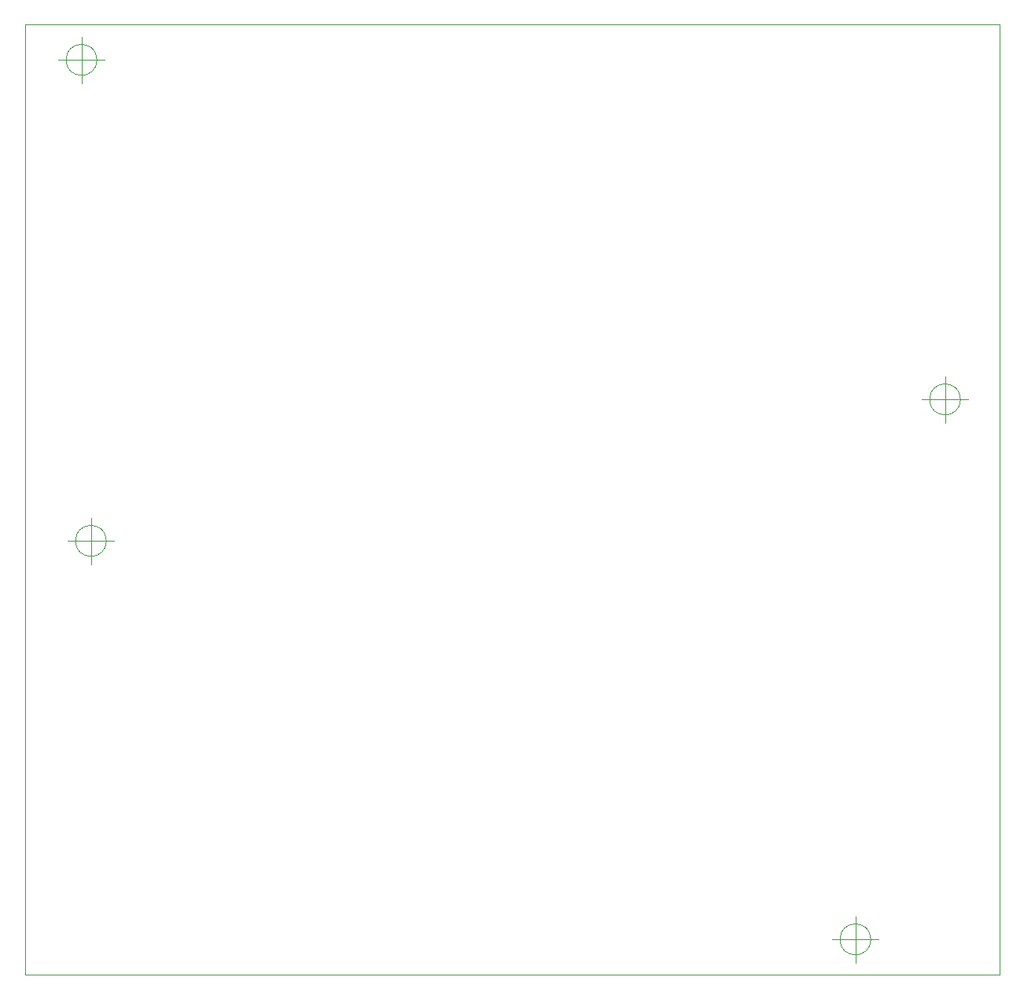
<source format=gbr>
G04 #@! TF.GenerationSoftware,KiCad,Pcbnew,(5.1.5)-3*
G04 #@! TF.CreationDate,2020-01-27T16:03:33-05:00*
G04 #@! TF.ProjectId,CombinedPnl_pcb,436f6d62-696e-4656-9450-6e6c5f706362,rev?*
G04 #@! TF.SameCoordinates,Original*
G04 #@! TF.FileFunction,Profile,NP*
%FSLAX46Y46*%
G04 Gerber Fmt 4.6, Leading zero omitted, Abs format (unit mm)*
G04 Created by KiCad (PCBNEW (5.1.5)-3) date 2020-01-27 16:03:33*
%MOMM*%
%LPD*%
G04 APERTURE LIST*
%ADD10C,0.100000*%
G04 APERTURE END LIST*
D10*
X196596000Y-89408000D02*
X196596000Y-90170000D01*
X91694000Y-89408000D02*
X91694000Y-90170000D01*
X91694000Y-89408000D02*
X91694000Y-38608000D01*
X196596000Y-38608000D02*
X196596000Y-89408000D01*
X91694000Y-38608000D02*
X196596000Y-38608000D01*
X192420666Y-78994000D02*
G75*
G03X192420666Y-78994000I-1666666J0D01*
G01*
X188254000Y-78994000D02*
X193254000Y-78994000D01*
X190754000Y-76494000D02*
X190754000Y-81494000D01*
X99456666Y-42418000D02*
G75*
G03X99456666Y-42418000I-1666666J0D01*
G01*
X95290000Y-42418000D02*
X100290000Y-42418000D01*
X97790000Y-39918000D02*
X97790000Y-44918000D01*
X196596000Y-140970000D02*
X91694000Y-140970000D01*
X91694000Y-140970000D02*
X91694000Y-90170000D01*
X196596000Y-90170000D02*
X196596000Y-140970000D01*
X100472666Y-94234000D02*
G75*
G03X100472666Y-94234000I-1666666J0D01*
G01*
X96306000Y-94234000D02*
X101306000Y-94234000D01*
X98806000Y-91734000D02*
X98806000Y-96734000D01*
X182768666Y-137160000D02*
G75*
G03X182768666Y-137160000I-1666666J0D01*
G01*
X178602000Y-137160000D02*
X183602000Y-137160000D01*
X181102000Y-134660000D02*
X181102000Y-139660000D01*
M02*

</source>
